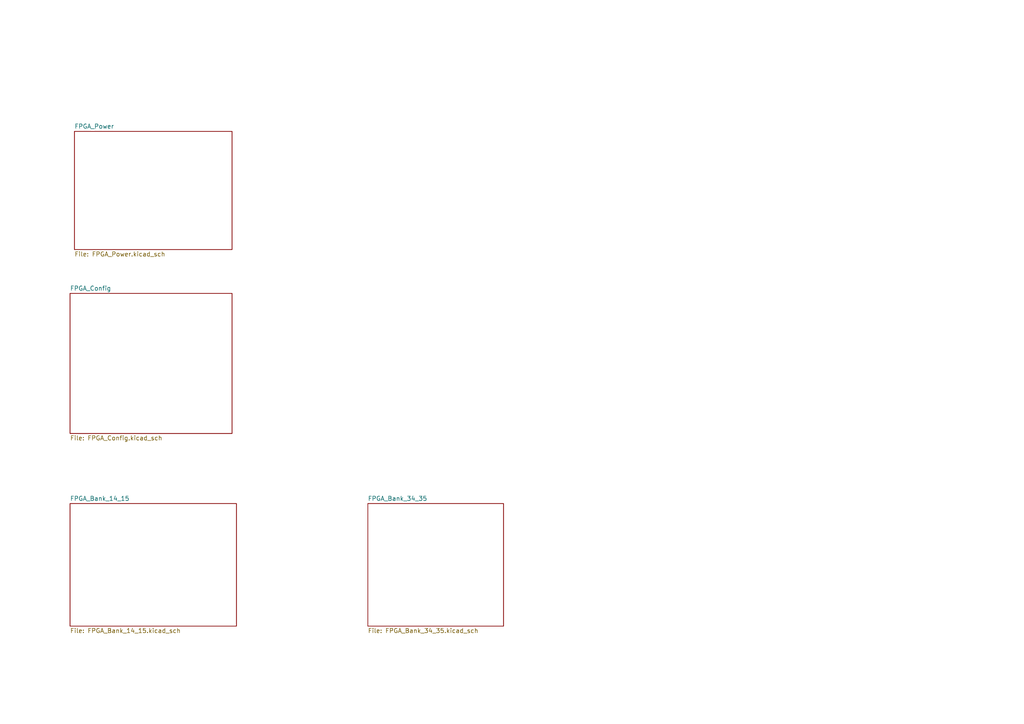
<source format=kicad_sch>
(kicad_sch
	(version 20231120)
	(generator "eeschema")
	(generator_version "8.0")
	(uuid "6da9b993-263f-4e54-b2de-d6302577eb7d")
	(paper "A4")
	(lib_symbols)
	(sheet
		(at 106.68 146.05)
		(size 39.37 35.56)
		(fields_autoplaced yes)
		(stroke
			(width 0.1524)
			(type solid)
		)
		(fill
			(color 0 0 0 0.0000)
		)
		(uuid "11e4d01a-adc0-4a17-be12-5316f0c1df3a")
		(property "Sheetname" "FPGA_Bank_34_35"
			(at 106.68 145.3384 0)
			(effects
				(font
					(size 1.27 1.27)
				)
				(justify left bottom)
			)
		)
		(property "Sheetfile" "FPGA_Bank_34_35.kicad_sch"
			(at 106.68 182.1946 0)
			(effects
				(font
					(size 1.27 1.27)
				)
				(justify left top)
			)
		)
		(property "Champ2" ""
			(at 106.68 146.05 0)
			(effects
				(font
					(size 1.27 1.27)
				)
				(hide yes)
			)
		)
		(instances
			(project "Flex_FPGA_Learning_and_Experimentation_Board"
				(path "/d63828a1-e60f-4761-bf4b-7d9d4ca8a642/cfbd67c6-4a48-4c5a-a615-b9b202771a62"
					(page "8")
				)
			)
		)
	)
	(sheet
		(at 21.59 38.1)
		(size 45.72 34.29)
		(fields_autoplaced yes)
		(stroke
			(width 0.1524)
			(type solid)
		)
		(fill
			(color 0 0 0 0.0000)
		)
		(uuid "5866716e-66c5-4643-8de4-7dc2b0b6d75c")
		(property "Sheetname" "FPGA_Power"
			(at 21.59 37.3884 0)
			(effects
				(font
					(size 1.27 1.27)
				)
				(justify left bottom)
			)
		)
		(property "Sheetfile" "FPGA_Power.kicad_sch"
			(at 21.59 72.9746 0)
			(effects
				(font
					(size 1.27 1.27)
				)
				(justify left top)
			)
		)
		(instances
			(project "Flex_FPGA_Learning_and_Experimentation_Board"
				(path "/d63828a1-e60f-4761-bf4b-7d9d4ca8a642/cfbd67c6-4a48-4c5a-a615-b9b202771a62"
					(page "5")
				)
			)
		)
	)
	(sheet
		(at 20.32 146.05)
		(size 48.26 35.56)
		(fields_autoplaced yes)
		(stroke
			(width 0.1524)
			(type solid)
		)
		(fill
			(color 0 0 0 0.0000)
		)
		(uuid "9521c3b9-924c-4b2d-a2ed-3c6dfe29d29f")
		(property "Sheetname" "FPGA_Bank_14_15"
			(at 20.32 145.3384 0)
			(effects
				(font
					(size 1.27 1.27)
				)
				(justify left bottom)
			)
		)
		(property "Sheetfile" "FPGA_Bank_14_15.kicad_sch"
			(at 20.32 182.1946 0)
			(effects
				(font
					(size 1.27 1.27)
				)
				(justify left top)
			)
		)
		(instances
			(project "Flex_FPGA_Learning_and_Experimentation_Board"
				(path "/d63828a1-e60f-4761-bf4b-7d9d4ca8a642/cfbd67c6-4a48-4c5a-a615-b9b202771a62"
					(page "7")
				)
			)
		)
	)
	(sheet
		(at 20.32 85.09)
		(size 46.99 40.64)
		(fields_autoplaced yes)
		(stroke
			(width 0.1524)
			(type solid)
		)
		(fill
			(color 0 0 0 0.0000)
		)
		(uuid "d3867e6c-dc5a-4535-85e6-786ee9bfd102")
		(property "Sheetname" "FPGA_Config"
			(at 20.32 84.3784 0)
			(effects
				(font
					(size 1.27 1.27)
				)
				(justify left bottom)
			)
		)
		(property "Sheetfile" "FPGA_Config.kicad_sch"
			(at 20.32 126.3146 0)
			(effects
				(font
					(size 1.27 1.27)
				)
				(justify left top)
			)
		)
		(instances
			(project "Flex_FPGA_Learning_and_Experimentation_Board"
				(path "/d63828a1-e60f-4761-bf4b-7d9d4ca8a642/cfbd67c6-4a48-4c5a-a615-b9b202771a62"
					(page "6")
				)
			)
		)
	)
)

</source>
